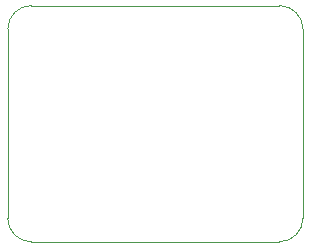
<source format=gbr>
%TF.GenerationSoftware,KiCad,Pcbnew,9.0.6*%
%TF.CreationDate,2026-01-27T12:25:22+08:00*%
%TF.ProjectId,TECHIN514_w26_Lab3,54454348-494e-4353-9134-5f7732365f4c,rev?*%
%TF.SameCoordinates,Original*%
%TF.FileFunction,Profile,NP*%
%FSLAX46Y46*%
G04 Gerber Fmt 4.6, Leading zero omitted, Abs format (unit mm)*
G04 Created by KiCad (PCBNEW 9.0.6) date 2026-01-27 12:25:22*
%MOMM*%
%LPD*%
G01*
G04 APERTURE LIST*
%TA.AperFunction,Profile*%
%ADD10C,0.050000*%
%TD*%
G04 APERTURE END LIST*
D10*
X118548400Y-33223200D02*
G75*
G02*
X120548400Y-35223200I0J-2000000D01*
G01*
X97548400Y-33223200D02*
X118548400Y-33223200D01*
X95548400Y-35223200D02*
G75*
G02*
X97548400Y-33223200I2000000J0D01*
G01*
X97548400Y-53223200D02*
G75*
G02*
X95548400Y-51223200I0J2000000D01*
G01*
X120548400Y-51223200D02*
G75*
G02*
X118548400Y-53223200I-2000000J0D01*
G01*
X120548400Y-35223200D02*
X120548400Y-51223200D01*
X95548400Y-51223200D02*
X95548400Y-35223200D01*
X118548400Y-53223200D02*
X97548400Y-53223200D01*
M02*

</source>
